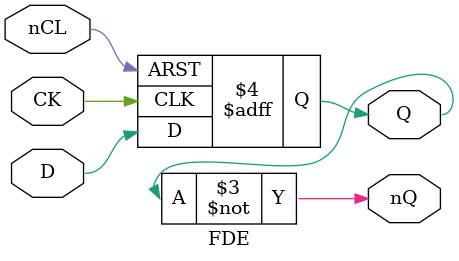
<source format=v>
module FDE(
	input CK,
	input D,
	input nCL,
	output reg Q,
	output nQ
);

// Same function as FDO and FDG ?

always @(posedge CK or negedge nCL) begin
	if (!nCL)
		Q <= 0;
	else
		Q <= D;
end

assign nQ = ~Q;

endmodule

</source>
